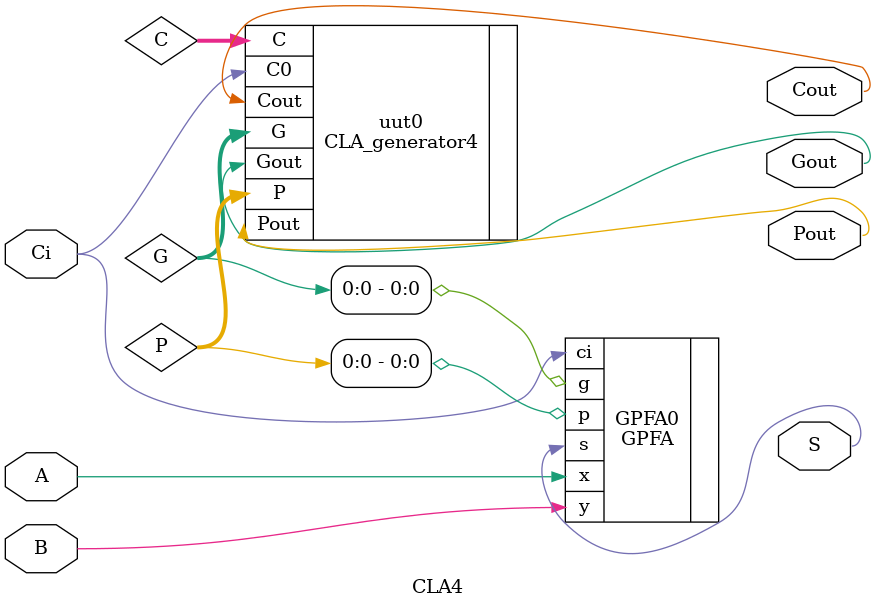
<source format=v>
module CLA4(A,B,Ci,S,Cout,Pout,Gout);
localparam n = 1; // 4 bit CLA
input [n-1:0] A;
input [n-1:0] B;
input Ci;
output [n-1:0] S;
output Cout; 
output Pout;  // the whole block propagates from Cin to LSB to MSB
output Gout;  // predicte if the whole block generates at MSB 

/* CLA generator wires */
wire [3:0] P;  
wire [3:0] G;  
wire [3:1] C; 
 

GPFA GPFA0(.x(A[0]),.y(B[0]),.ci(Ci),.s(S[0]),.p(P[0]),.g(G[0]));

CLA_generator4 uut0(.P(P), .G(G), .C0(Ci), .C(C), .Pout(Pout), .Gout(Gout), .Cout(Cout)); 

endmodule 

/* delay : 2ns(Pout,Gout) + 2ns (C)  + 1ns (S)  + 2ns(Cout)*/ 

</source>
